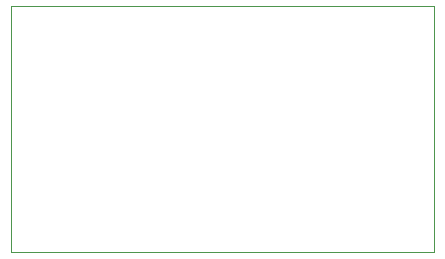
<source format=gbr>
%TF.GenerationSoftware,KiCad,Pcbnew,(6.0.11-0)*%
%TF.CreationDate,2023-02-12T12:51:19-05:00*%
%TF.ProjectId,TMC-Breakout,544d432d-4272-4656-916b-6f75742e6b69,1.0.0*%
%TF.SameCoordinates,Original*%
%TF.FileFunction,Profile,NP*%
%FSLAX46Y46*%
G04 Gerber Fmt 4.6, Leading zero omitted, Abs format (unit mm)*
G04 Created by KiCad (PCBNEW (6.0.11-0)) date 2023-02-12 12:51:19*
%MOMM*%
%LPD*%
G01*
G04 APERTURE LIST*
%TA.AperFunction,Profile*%
%ADD10C,0.100000*%
%TD*%
G04 APERTURE END LIST*
D10*
X111760000Y-78486000D02*
X147574000Y-78486000D01*
X147574000Y-78486000D02*
X147574000Y-99314000D01*
X147574000Y-99314000D02*
X111760000Y-99314000D01*
X111760000Y-99314000D02*
X111760000Y-78486000D01*
M02*

</source>
